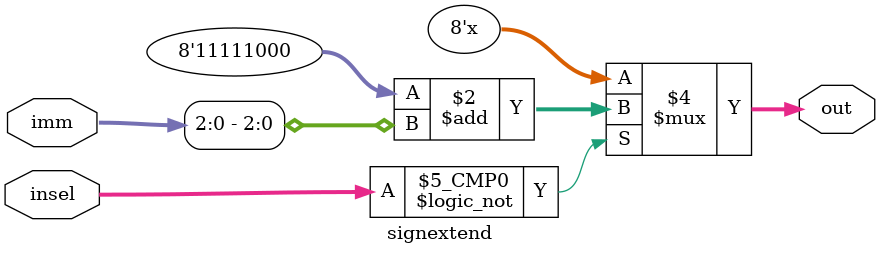
<source format=v>
`timescale 1ns / 1ps
module signextend(
    input [5:0] imm,
    input [1:0] insel,
    output reg [7:0] out
    );
always @(imm or insel)
begin
case(insel)
2'b00: out = 8'hf8+imm[2:0];  
endcase
end

endmodule

</source>
